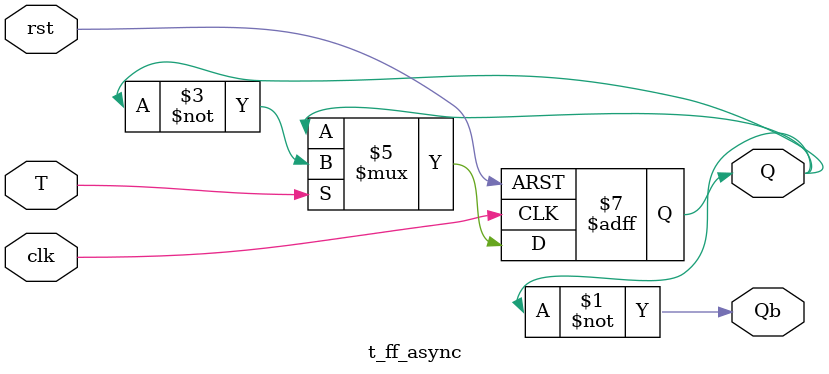
<source format=v>
module t_ff_async (
  input clk, rst, T,        
  output reg Q,
  output Qb);

  assign Qb = ~Q;

  always @(posedge clk or posedge rst) begin
    if (rst)
      Q <= 0;           
    else begin
      if (T)
        Q <= ~Q;       
      else
        Q <= Q;         
    end
  end
endmodule


</source>
